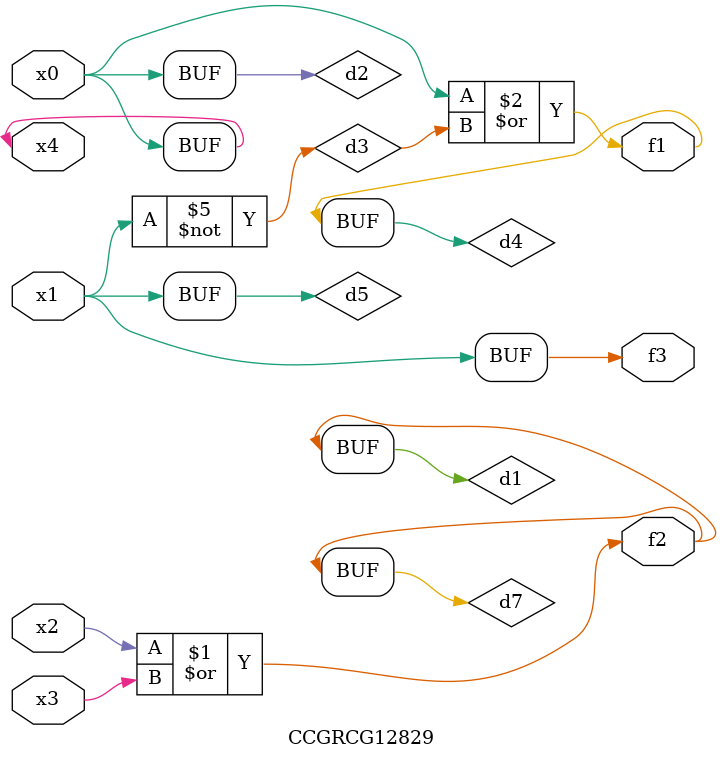
<source format=v>
module CCGRCG12829(
	input x0, x1, x2, x3, x4,
	output f1, f2, f3
);

	wire d1, d2, d3, d4, d5, d6, d7;

	or (d1, x2, x3);
	buf (d2, x0, x4);
	not (d3, x1);
	or (d4, d2, d3);
	not (d5, d3);
	nand (d6, d1, d3);
	or (d7, d1);
	assign f1 = d4;
	assign f2 = d7;
	assign f3 = d5;
endmodule

</source>
